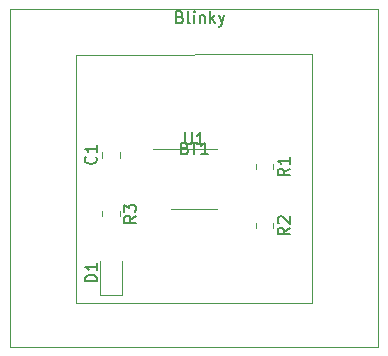
<source format=gbr>
%TF.GenerationSoftware,KiCad,Pcbnew,(6.0.7)*%
%TF.CreationDate,2023-01-27T14:46:33-05:00*%
%TF.ProjectId,Blinky5.0,426c696e-6b79-4352-9e30-2e6b69636164,rev?*%
%TF.SameCoordinates,Original*%
%TF.FileFunction,Legend,Top*%
%TF.FilePolarity,Positive*%
%FSLAX46Y46*%
G04 Gerber Fmt 4.6, Leading zero omitted, Abs format (unit mm)*
G04 Created by KiCad (PCBNEW (6.0.7)) date 2023-01-27 14:46:33*
%MOMM*%
%LPD*%
G01*
G04 APERTURE LIST*
%ADD10C,0.150000*%
%ADD11C,0.120000*%
G04 APERTURE END LIST*
D10*
X143833333Y-85328571D02*
X143976190Y-85376190D01*
X144023809Y-85423809D01*
X144071428Y-85519047D01*
X144071428Y-85661904D01*
X144023809Y-85757142D01*
X143976190Y-85804761D01*
X143880952Y-85852380D01*
X143500000Y-85852380D01*
X143500000Y-84852380D01*
X143833333Y-84852380D01*
X143928571Y-84900000D01*
X143976190Y-84947619D01*
X144023809Y-85042857D01*
X144023809Y-85138095D01*
X143976190Y-85233333D01*
X143928571Y-85280952D01*
X143833333Y-85328571D01*
X143500000Y-85328571D01*
X144642857Y-85852380D02*
X144547619Y-85804761D01*
X144500000Y-85709523D01*
X144500000Y-84852380D01*
X145023809Y-85852380D02*
X145023809Y-85185714D01*
X145023809Y-84852380D02*
X144976190Y-84900000D01*
X145023809Y-84947619D01*
X145071428Y-84900000D01*
X145023809Y-84852380D01*
X145023809Y-84947619D01*
X145500000Y-85185714D02*
X145500000Y-85852380D01*
X145500000Y-85280952D02*
X145547619Y-85233333D01*
X145642857Y-85185714D01*
X145785714Y-85185714D01*
X145880952Y-85233333D01*
X145928571Y-85328571D01*
X145928571Y-85852380D01*
X146404761Y-85852380D02*
X146404761Y-84852380D01*
X146500000Y-85471428D02*
X146785714Y-85852380D01*
X146785714Y-85185714D02*
X146404761Y-85566666D01*
X147119047Y-85185714D02*
X147357142Y-85852380D01*
X147595238Y-85185714D02*
X147357142Y-85852380D01*
X147261904Y-86090476D01*
X147214285Y-86138095D01*
X147119047Y-86185714D01*
%TO.C,R2*%
X153102380Y-103166666D02*
X152626190Y-103500000D01*
X153102380Y-103738095D02*
X152102380Y-103738095D01*
X152102380Y-103357142D01*
X152150000Y-103261904D01*
X152197619Y-103214285D01*
X152292857Y-103166666D01*
X152435714Y-103166666D01*
X152530952Y-103214285D01*
X152578571Y-103261904D01*
X152626190Y-103357142D01*
X152626190Y-103738095D01*
X152197619Y-102785714D02*
X152150000Y-102738095D01*
X152102380Y-102642857D01*
X152102380Y-102404761D01*
X152150000Y-102309523D01*
X152197619Y-102261904D01*
X152292857Y-102214285D01*
X152388095Y-102214285D01*
X152530952Y-102261904D01*
X153102380Y-102833333D01*
X153102380Y-102214285D01*
%TO.C,BT1*%
X144248285Y-96448571D02*
X144391142Y-96496190D01*
X144438761Y-96543809D01*
X144486380Y-96639047D01*
X144486380Y-96781904D01*
X144438761Y-96877142D01*
X144391142Y-96924761D01*
X144295904Y-96972380D01*
X143914952Y-96972380D01*
X143914952Y-95972380D01*
X144248285Y-95972380D01*
X144343523Y-96020000D01*
X144391142Y-96067619D01*
X144438761Y-96162857D01*
X144438761Y-96258095D01*
X144391142Y-96353333D01*
X144343523Y-96400952D01*
X144248285Y-96448571D01*
X143914952Y-96448571D01*
X144772095Y-95972380D02*
X145343523Y-95972380D01*
X145057809Y-96972380D02*
X145057809Y-95972380D01*
X146200666Y-96972380D02*
X145629238Y-96972380D01*
X145914952Y-96972380D02*
X145914952Y-95972380D01*
X145819714Y-96115238D01*
X145724476Y-96210476D01*
X145629238Y-96258095D01*
%TO.C,C1*%
X136677142Y-97166666D02*
X136724761Y-97214285D01*
X136772380Y-97357142D01*
X136772380Y-97452380D01*
X136724761Y-97595238D01*
X136629523Y-97690476D01*
X136534285Y-97738095D01*
X136343809Y-97785714D01*
X136200952Y-97785714D01*
X136010476Y-97738095D01*
X135915238Y-97690476D01*
X135820000Y-97595238D01*
X135772380Y-97452380D01*
X135772380Y-97357142D01*
X135820000Y-97214285D01*
X135867619Y-97166666D01*
X136772380Y-96214285D02*
X136772380Y-96785714D01*
X136772380Y-96500000D02*
X135772380Y-96500000D01*
X135915238Y-96595238D01*
X136010476Y-96690476D01*
X136058095Y-96785714D01*
%TO.C,R1*%
X153102380Y-98166666D02*
X152626190Y-98500000D01*
X153102380Y-98738095D02*
X152102380Y-98738095D01*
X152102380Y-98357142D01*
X152150000Y-98261904D01*
X152197619Y-98214285D01*
X152292857Y-98166666D01*
X152435714Y-98166666D01*
X152530952Y-98214285D01*
X152578571Y-98261904D01*
X152626190Y-98357142D01*
X152626190Y-98738095D01*
X153102380Y-97214285D02*
X153102380Y-97785714D01*
X153102380Y-97500000D02*
X152102380Y-97500000D01*
X152245238Y-97595238D01*
X152340476Y-97690476D01*
X152388095Y-97785714D01*
%TO.C,D1*%
X136802380Y-107713095D02*
X135802380Y-107713095D01*
X135802380Y-107475000D01*
X135850000Y-107332142D01*
X135945238Y-107236904D01*
X136040476Y-107189285D01*
X136230952Y-107141666D01*
X136373809Y-107141666D01*
X136564285Y-107189285D01*
X136659523Y-107236904D01*
X136754761Y-107332142D01*
X136802380Y-107475000D01*
X136802380Y-107713095D01*
X136802380Y-106189285D02*
X136802380Y-106760714D01*
X136802380Y-106475000D02*
X135802380Y-106475000D01*
X135945238Y-106570238D01*
X136040476Y-106665476D01*
X136088095Y-106760714D01*
%TO.C,R3*%
X140102380Y-102166666D02*
X139626190Y-102500000D01*
X140102380Y-102738095D02*
X139102380Y-102738095D01*
X139102380Y-102357142D01*
X139150000Y-102261904D01*
X139197619Y-102214285D01*
X139292857Y-102166666D01*
X139435714Y-102166666D01*
X139530952Y-102214285D01*
X139578571Y-102261904D01*
X139626190Y-102357142D01*
X139626190Y-102738095D01*
X139102380Y-101833333D02*
X139102380Y-101214285D01*
X139483333Y-101547619D01*
X139483333Y-101404761D01*
X139530952Y-101309523D01*
X139578571Y-101261904D01*
X139673809Y-101214285D01*
X139911904Y-101214285D01*
X140007142Y-101261904D01*
X140054761Y-101309523D01*
X140102380Y-101404761D01*
X140102380Y-101690476D01*
X140054761Y-101785714D01*
X140007142Y-101833333D01*
%TO.C,U1*%
X144272095Y-95112380D02*
X144272095Y-95921904D01*
X144319714Y-96017142D01*
X144367333Y-96064761D01*
X144462571Y-96112380D01*
X144653047Y-96112380D01*
X144748285Y-96064761D01*
X144795904Y-96017142D01*
X144843523Y-95921904D01*
X144843523Y-95112380D01*
X145843523Y-96112380D02*
X145272095Y-96112380D01*
X145557809Y-96112380D02*
X145557809Y-95112380D01*
X145462571Y-95255238D01*
X145367333Y-95350476D01*
X145272095Y-95398095D01*
D11*
%TO.C,R2*%
X150265000Y-102772936D02*
X150265000Y-103227064D01*
X151735000Y-102772936D02*
X151735000Y-103227064D01*
%TO.C,BT1*%
X135034000Y-88560000D02*
X155034000Y-88460000D01*
X155034000Y-109560000D02*
X135034000Y-109560000D01*
X155034000Y-88460000D02*
X155034000Y-109560000D01*
X135034000Y-109560000D02*
X135034000Y-88560000D01*
X129434000Y-113260000D02*
X160634000Y-113260000D01*
X160634000Y-113260000D02*
X160634000Y-84660000D01*
X160634000Y-84660000D02*
X129434000Y-84660000D01*
X129434000Y-84660000D02*
X129434000Y-113260000D01*
%TO.C,C1*%
X137265000Y-97261252D02*
X137265000Y-96738748D01*
X138735000Y-97261252D02*
X138735000Y-96738748D01*
%TO.C,R1*%
X151735000Y-97772936D02*
X151735000Y-98227064D01*
X150265000Y-97772936D02*
X150265000Y-98227064D01*
%TO.C,D1*%
X137040000Y-108835000D02*
X138960000Y-108835000D01*
X138960000Y-108835000D02*
X138960000Y-105975000D01*
X137040000Y-105975000D02*
X137040000Y-108835000D01*
%TO.C,R3*%
X138735000Y-101772936D02*
X138735000Y-102227064D01*
X137265000Y-101772936D02*
X137265000Y-102227064D01*
%TO.C,U1*%
X145034000Y-96500000D02*
X146984000Y-96500000D01*
X145034000Y-101620000D02*
X146984000Y-101620000D01*
X145034000Y-96500000D02*
X141584000Y-96500000D01*
X145034000Y-101620000D02*
X143084000Y-101620000D01*
%TD*%
M02*

</source>
